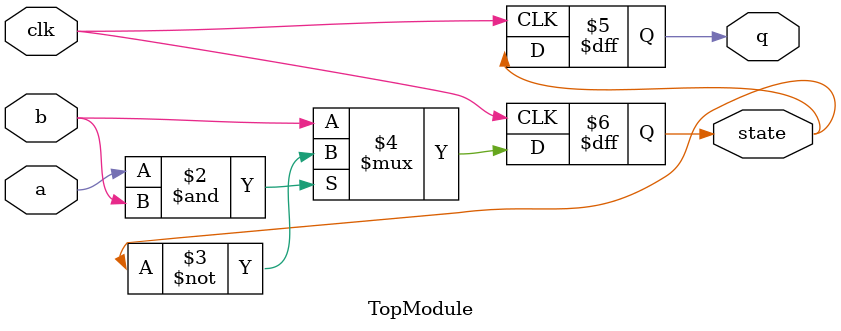
<source format=v>
module TopModule(input clk, input a, input b, output reg q, output reg state);

always @(posedge clk) begin
    state <= a & b ? ~state : b;
    q <= state;
end

endmodule

</source>
